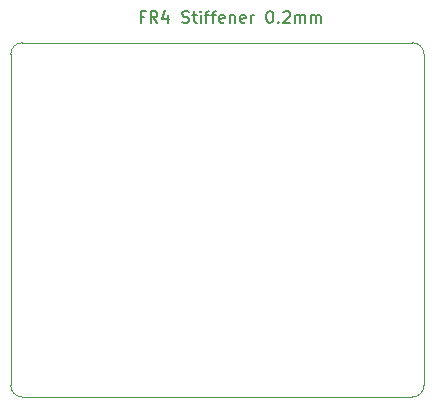
<source format=gbr>
%TF.GenerationSoftware,KiCad,Pcbnew,8.0.2*%
%TF.CreationDate,2024-05-05T22:58:05+02:00*%
%TF.ProjectId,PA3194G822_R01,50413331-3934-4473-9832-325f5230312e,A*%
%TF.SameCoordinates,Original*%
%TF.FileFunction,Other,User*%
%FSLAX46Y46*%
G04 Gerber Fmt 4.6, Leading zero omitted, Abs format (unit mm)*
G04 Created by KiCad (PCBNEW 8.0.2) date 2024-05-05 22:58:05*
%MOMM*%
%LPD*%
G01*
G04 APERTURE LIST*
%ADD10C,0.050000*%
%ADD11C,0.200000*%
G04 APERTURE END LIST*
D10*
X135000000Y-86000000D02*
X135000000Y-114000000D01*
X100000000Y-86000000D02*
G75*
G02*
X101000000Y-85000000I1000000J0D01*
G01*
X135000000Y-114000000D02*
G75*
G02*
X134000000Y-115000000I-1000000J0D01*
G01*
X101000000Y-115000000D02*
G75*
G02*
X100000000Y-114000000I0J1000000D01*
G01*
X101000000Y-85000000D02*
X134000000Y-85000000D01*
X101000000Y-115000000D02*
X134000000Y-115000000D01*
X100000000Y-86000000D02*
X100000000Y-114000000D01*
X134000000Y-85000000D02*
G75*
G02*
X135000000Y-86000000I0J-1000000D01*
G01*
D11*
X111328006Y-82793409D02*
X110994673Y-82793409D01*
X110994673Y-83317219D02*
X110994673Y-82317219D01*
X110994673Y-82317219D02*
X111470863Y-82317219D01*
X112423244Y-83317219D02*
X112089911Y-82841028D01*
X111851816Y-83317219D02*
X111851816Y-82317219D01*
X111851816Y-82317219D02*
X112232768Y-82317219D01*
X112232768Y-82317219D02*
X112328006Y-82364838D01*
X112328006Y-82364838D02*
X112375625Y-82412457D01*
X112375625Y-82412457D02*
X112423244Y-82507695D01*
X112423244Y-82507695D02*
X112423244Y-82650552D01*
X112423244Y-82650552D02*
X112375625Y-82745790D01*
X112375625Y-82745790D02*
X112328006Y-82793409D01*
X112328006Y-82793409D02*
X112232768Y-82841028D01*
X112232768Y-82841028D02*
X111851816Y-82841028D01*
X113280387Y-82650552D02*
X113280387Y-83317219D01*
X113042292Y-82269600D02*
X112804197Y-82983885D01*
X112804197Y-82983885D02*
X113423244Y-82983885D01*
X114518483Y-83269600D02*
X114661340Y-83317219D01*
X114661340Y-83317219D02*
X114899435Y-83317219D01*
X114899435Y-83317219D02*
X114994673Y-83269600D01*
X114994673Y-83269600D02*
X115042292Y-83221980D01*
X115042292Y-83221980D02*
X115089911Y-83126742D01*
X115089911Y-83126742D02*
X115089911Y-83031504D01*
X115089911Y-83031504D02*
X115042292Y-82936266D01*
X115042292Y-82936266D02*
X114994673Y-82888647D01*
X114994673Y-82888647D02*
X114899435Y-82841028D01*
X114899435Y-82841028D02*
X114708959Y-82793409D01*
X114708959Y-82793409D02*
X114613721Y-82745790D01*
X114613721Y-82745790D02*
X114566102Y-82698171D01*
X114566102Y-82698171D02*
X114518483Y-82602933D01*
X114518483Y-82602933D02*
X114518483Y-82507695D01*
X114518483Y-82507695D02*
X114566102Y-82412457D01*
X114566102Y-82412457D02*
X114613721Y-82364838D01*
X114613721Y-82364838D02*
X114708959Y-82317219D01*
X114708959Y-82317219D02*
X114947054Y-82317219D01*
X114947054Y-82317219D02*
X115089911Y-82364838D01*
X115375626Y-82650552D02*
X115756578Y-82650552D01*
X115518483Y-82317219D02*
X115518483Y-83174361D01*
X115518483Y-83174361D02*
X115566102Y-83269600D01*
X115566102Y-83269600D02*
X115661340Y-83317219D01*
X115661340Y-83317219D02*
X115756578Y-83317219D01*
X116089912Y-83317219D02*
X116089912Y-82650552D01*
X116089912Y-82317219D02*
X116042293Y-82364838D01*
X116042293Y-82364838D02*
X116089912Y-82412457D01*
X116089912Y-82412457D02*
X116137531Y-82364838D01*
X116137531Y-82364838D02*
X116089912Y-82317219D01*
X116089912Y-82317219D02*
X116089912Y-82412457D01*
X116423245Y-82650552D02*
X116804197Y-82650552D01*
X116566102Y-83317219D02*
X116566102Y-82460076D01*
X116566102Y-82460076D02*
X116613721Y-82364838D01*
X116613721Y-82364838D02*
X116708959Y-82317219D01*
X116708959Y-82317219D02*
X116804197Y-82317219D01*
X116994674Y-82650552D02*
X117375626Y-82650552D01*
X117137531Y-83317219D02*
X117137531Y-82460076D01*
X117137531Y-82460076D02*
X117185150Y-82364838D01*
X117185150Y-82364838D02*
X117280388Y-82317219D01*
X117280388Y-82317219D02*
X117375626Y-82317219D01*
X118089912Y-83269600D02*
X117994674Y-83317219D01*
X117994674Y-83317219D02*
X117804198Y-83317219D01*
X117804198Y-83317219D02*
X117708960Y-83269600D01*
X117708960Y-83269600D02*
X117661341Y-83174361D01*
X117661341Y-83174361D02*
X117661341Y-82793409D01*
X117661341Y-82793409D02*
X117708960Y-82698171D01*
X117708960Y-82698171D02*
X117804198Y-82650552D01*
X117804198Y-82650552D02*
X117994674Y-82650552D01*
X117994674Y-82650552D02*
X118089912Y-82698171D01*
X118089912Y-82698171D02*
X118137531Y-82793409D01*
X118137531Y-82793409D02*
X118137531Y-82888647D01*
X118137531Y-82888647D02*
X117661341Y-82983885D01*
X118566103Y-82650552D02*
X118566103Y-83317219D01*
X118566103Y-82745790D02*
X118613722Y-82698171D01*
X118613722Y-82698171D02*
X118708960Y-82650552D01*
X118708960Y-82650552D02*
X118851817Y-82650552D01*
X118851817Y-82650552D02*
X118947055Y-82698171D01*
X118947055Y-82698171D02*
X118994674Y-82793409D01*
X118994674Y-82793409D02*
X118994674Y-83317219D01*
X119851817Y-83269600D02*
X119756579Y-83317219D01*
X119756579Y-83317219D02*
X119566103Y-83317219D01*
X119566103Y-83317219D02*
X119470865Y-83269600D01*
X119470865Y-83269600D02*
X119423246Y-83174361D01*
X119423246Y-83174361D02*
X119423246Y-82793409D01*
X119423246Y-82793409D02*
X119470865Y-82698171D01*
X119470865Y-82698171D02*
X119566103Y-82650552D01*
X119566103Y-82650552D02*
X119756579Y-82650552D01*
X119756579Y-82650552D02*
X119851817Y-82698171D01*
X119851817Y-82698171D02*
X119899436Y-82793409D01*
X119899436Y-82793409D02*
X119899436Y-82888647D01*
X119899436Y-82888647D02*
X119423246Y-82983885D01*
X120328008Y-83317219D02*
X120328008Y-82650552D01*
X120328008Y-82841028D02*
X120375627Y-82745790D01*
X120375627Y-82745790D02*
X120423246Y-82698171D01*
X120423246Y-82698171D02*
X120518484Y-82650552D01*
X120518484Y-82650552D02*
X120613722Y-82650552D01*
X121899437Y-82317219D02*
X121994675Y-82317219D01*
X121994675Y-82317219D02*
X122089913Y-82364838D01*
X122089913Y-82364838D02*
X122137532Y-82412457D01*
X122137532Y-82412457D02*
X122185151Y-82507695D01*
X122185151Y-82507695D02*
X122232770Y-82698171D01*
X122232770Y-82698171D02*
X122232770Y-82936266D01*
X122232770Y-82936266D02*
X122185151Y-83126742D01*
X122185151Y-83126742D02*
X122137532Y-83221980D01*
X122137532Y-83221980D02*
X122089913Y-83269600D01*
X122089913Y-83269600D02*
X121994675Y-83317219D01*
X121994675Y-83317219D02*
X121899437Y-83317219D01*
X121899437Y-83317219D02*
X121804199Y-83269600D01*
X121804199Y-83269600D02*
X121756580Y-83221980D01*
X121756580Y-83221980D02*
X121708961Y-83126742D01*
X121708961Y-83126742D02*
X121661342Y-82936266D01*
X121661342Y-82936266D02*
X121661342Y-82698171D01*
X121661342Y-82698171D02*
X121708961Y-82507695D01*
X121708961Y-82507695D02*
X121756580Y-82412457D01*
X121756580Y-82412457D02*
X121804199Y-82364838D01*
X121804199Y-82364838D02*
X121899437Y-82317219D01*
X122661342Y-83221980D02*
X122708961Y-83269600D01*
X122708961Y-83269600D02*
X122661342Y-83317219D01*
X122661342Y-83317219D02*
X122613723Y-83269600D01*
X122613723Y-83269600D02*
X122661342Y-83221980D01*
X122661342Y-83221980D02*
X122661342Y-83317219D01*
X123089913Y-82412457D02*
X123137532Y-82364838D01*
X123137532Y-82364838D02*
X123232770Y-82317219D01*
X123232770Y-82317219D02*
X123470865Y-82317219D01*
X123470865Y-82317219D02*
X123566103Y-82364838D01*
X123566103Y-82364838D02*
X123613722Y-82412457D01*
X123613722Y-82412457D02*
X123661341Y-82507695D01*
X123661341Y-82507695D02*
X123661341Y-82602933D01*
X123661341Y-82602933D02*
X123613722Y-82745790D01*
X123613722Y-82745790D02*
X123042294Y-83317219D01*
X123042294Y-83317219D02*
X123661341Y-83317219D01*
X124089913Y-83317219D02*
X124089913Y-82650552D01*
X124089913Y-82745790D02*
X124137532Y-82698171D01*
X124137532Y-82698171D02*
X124232770Y-82650552D01*
X124232770Y-82650552D02*
X124375627Y-82650552D01*
X124375627Y-82650552D02*
X124470865Y-82698171D01*
X124470865Y-82698171D02*
X124518484Y-82793409D01*
X124518484Y-82793409D02*
X124518484Y-83317219D01*
X124518484Y-82793409D02*
X124566103Y-82698171D01*
X124566103Y-82698171D02*
X124661341Y-82650552D01*
X124661341Y-82650552D02*
X124804198Y-82650552D01*
X124804198Y-82650552D02*
X124899437Y-82698171D01*
X124899437Y-82698171D02*
X124947056Y-82793409D01*
X124947056Y-82793409D02*
X124947056Y-83317219D01*
X125423246Y-83317219D02*
X125423246Y-82650552D01*
X125423246Y-82745790D02*
X125470865Y-82698171D01*
X125470865Y-82698171D02*
X125566103Y-82650552D01*
X125566103Y-82650552D02*
X125708960Y-82650552D01*
X125708960Y-82650552D02*
X125804198Y-82698171D01*
X125804198Y-82698171D02*
X125851817Y-82793409D01*
X125851817Y-82793409D02*
X125851817Y-83317219D01*
X125851817Y-82793409D02*
X125899436Y-82698171D01*
X125899436Y-82698171D02*
X125994674Y-82650552D01*
X125994674Y-82650552D02*
X126137531Y-82650552D01*
X126137531Y-82650552D02*
X126232770Y-82698171D01*
X126232770Y-82698171D02*
X126280389Y-82793409D01*
X126280389Y-82793409D02*
X126280389Y-83317219D01*
M02*

</source>
